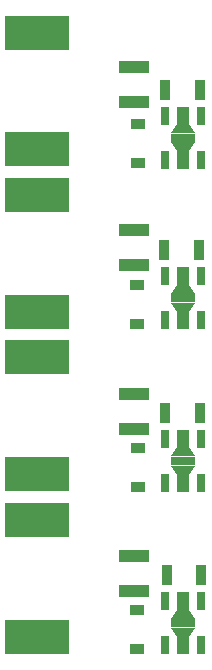
<source format=gbr>
%TF.GenerationSoftware,KiCad,Pcbnew,(5.1.6)-1*%
%TF.CreationDate,2020-08-20T15:31:08-07:00*%
%TF.ProjectId,RGBW Driver,52474257-2044-4726-9976-65722e6b6963,rev?*%
%TF.SameCoordinates,Original*%
%TF.FileFunction,Paste,Top*%
%TF.FilePolarity,Positive*%
%FSLAX46Y46*%
G04 Gerber Fmt 4.6, Leading zero omitted, Abs format (unit mm)*
G04 Created by KiCad (PCBNEW (5.1.6)-1) date 2020-08-20 15:31:08*
%MOMM*%
%LPD*%
G01*
G04 APERTURE LIST*
%ADD10R,2.500000X1.000000*%
%ADD11R,1.200000X0.900000*%
%ADD12R,5.400000X2.900000*%
%ADD13R,0.900000X1.700000*%
%ADD14C,0.100000*%
%ADD15R,0.700000X1.500000*%
%ADD16R,1.000000X1.500000*%
%ADD17R,2.000000X0.800000*%
G04 APERTURE END LIST*
D10*
%TO.C,C1*%
X86390000Y-25890000D03*
X86390000Y-28890000D03*
%TD*%
D11*
%TO.C,D1*%
X86730000Y-34050000D03*
X86730000Y-30750000D03*
%TD*%
D12*
%TO.C,L1*%
X78180000Y-32890000D03*
X78180000Y-22990000D03*
%TD*%
D13*
%TO.C,R1*%
X91950000Y-27880000D03*
X89050000Y-27880000D03*
%TD*%
D10*
%TO.C,C2*%
X86370000Y-39670000D03*
X86370000Y-42670000D03*
%TD*%
%TO.C,C3*%
X86370000Y-53590000D03*
X86370000Y-56590000D03*
%TD*%
%TO.C,C4*%
X86390000Y-70290000D03*
X86390000Y-67290000D03*
%TD*%
D11*
%TO.C,D2*%
X86690000Y-47650000D03*
X86690000Y-44350000D03*
%TD*%
%TO.C,D3*%
X86710000Y-58150000D03*
X86710000Y-61450000D03*
%TD*%
%TO.C,D4*%
X86690000Y-75150000D03*
X86690000Y-71850000D03*
%TD*%
D12*
%TO.C,L2*%
X78180000Y-36730000D03*
X78180000Y-46630000D03*
%TD*%
%TO.C,L3*%
X78180000Y-60380000D03*
X78180000Y-50480000D03*
%TD*%
%TO.C,L4*%
X78190000Y-74130000D03*
X78190000Y-64230000D03*
%TD*%
D13*
%TO.C,R2*%
X91870000Y-41420000D03*
X88970000Y-41420000D03*
%TD*%
%TO.C,R3*%
X89050000Y-55200000D03*
X91950000Y-55200000D03*
%TD*%
%TO.C,R4*%
X92110000Y-68930000D03*
X89210000Y-68930000D03*
%TD*%
D14*
%TO.C,U1*%
G36*
X89560000Y-31500000D02*
G01*
X90060000Y-30750000D01*
X91060000Y-30750000D01*
X91560000Y-31500000D01*
X89560000Y-31500000D01*
G37*
D15*
X89060000Y-30050000D03*
X92060000Y-30050000D03*
X89060000Y-33750000D03*
D16*
X90560000Y-33750000D03*
D15*
X92060000Y-33750000D03*
D16*
X90560000Y-30050000D03*
D14*
G36*
X91560000Y-32300000D02*
G01*
X91060000Y-33050000D01*
X90060000Y-33050000D01*
X89560000Y-32300000D01*
X91560000Y-32300000D01*
G37*
D17*
X90560000Y-31900000D03*
%TD*%
%TO.C,U2*%
X90560000Y-45490000D03*
D14*
G36*
X91560000Y-45890000D02*
G01*
X91060000Y-46640000D01*
X90060000Y-46640000D01*
X89560000Y-45890000D01*
X91560000Y-45890000D01*
G37*
D16*
X90560000Y-43640000D03*
D15*
X92060000Y-47340000D03*
D16*
X90560000Y-47340000D03*
D15*
X89060000Y-47340000D03*
X92060000Y-43640000D03*
X89060000Y-43640000D03*
D14*
G36*
X89560000Y-45090000D02*
G01*
X90060000Y-44340000D01*
X91060000Y-44340000D01*
X91560000Y-45090000D01*
X89560000Y-45090000D01*
G37*
%TD*%
D17*
%TO.C,U3*%
X90560000Y-59270000D03*
D14*
G36*
X91560000Y-59670000D02*
G01*
X91060000Y-60420000D01*
X90060000Y-60420000D01*
X89560000Y-59670000D01*
X91560000Y-59670000D01*
G37*
D16*
X90560000Y-57420000D03*
D15*
X92060000Y-61120000D03*
D16*
X90560000Y-61120000D03*
D15*
X89060000Y-61120000D03*
X92060000Y-57420000D03*
X89060000Y-57420000D03*
D14*
G36*
X89560000Y-58870000D02*
G01*
X90060000Y-58120000D01*
X91060000Y-58120000D01*
X91560000Y-58870000D01*
X89560000Y-58870000D01*
G37*
%TD*%
%TO.C,U4*%
G36*
X89560000Y-72610000D02*
G01*
X90060000Y-71860000D01*
X91060000Y-71860000D01*
X91560000Y-72610000D01*
X89560000Y-72610000D01*
G37*
D15*
X89060000Y-71160000D03*
X92060000Y-71160000D03*
X89060000Y-74860000D03*
D16*
X90560000Y-74860000D03*
D15*
X92060000Y-74860000D03*
D16*
X90560000Y-71160000D03*
D14*
G36*
X91560000Y-73410000D02*
G01*
X91060000Y-74160000D01*
X90060000Y-74160000D01*
X89560000Y-73410000D01*
X91560000Y-73410000D01*
G37*
D17*
X90560000Y-73010000D03*
%TD*%
M02*

</source>
